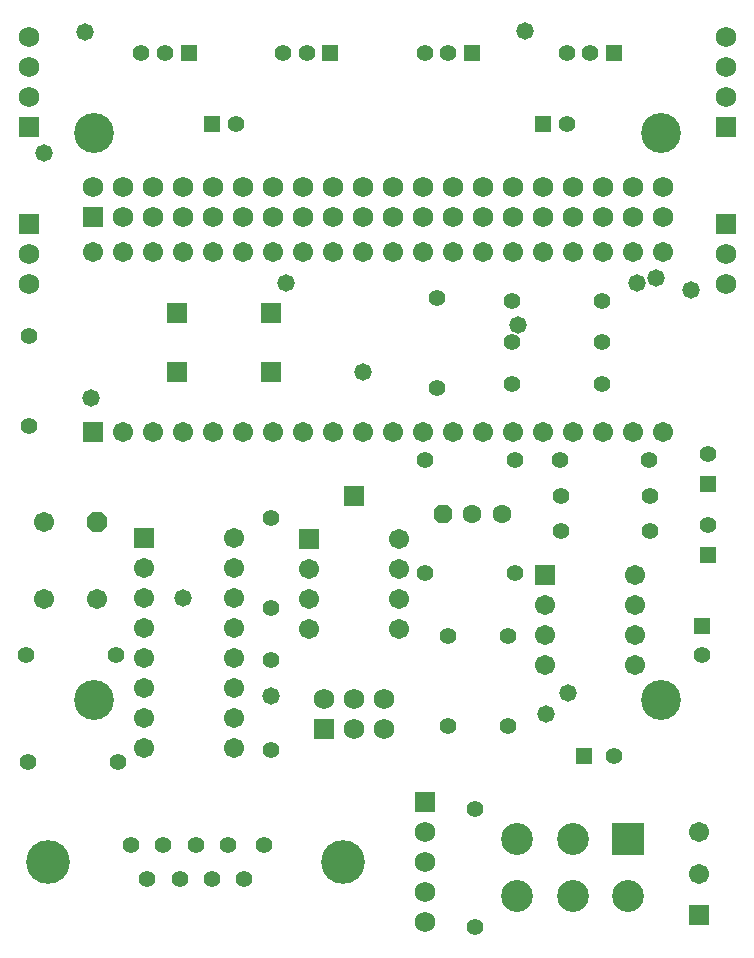
<source format=gbs>
%FSLAX23Y23*%
%MOMM*%
%SFA1B1*%

%IPPOS*%
%AMD165*
4,1,8,-0.850900,-0.353060,-0.353060,-0.850900,0.353060,-0.850900,0.850900,-0.353060,0.850900,0.353060,0.353060,0.850900,-0.353060,0.850900,-0.850900,0.353060,-0.850900,-0.353060,0.0*
%
%AMD168*
4,1,8,-0.332740,0.802640,-0.802640,0.332740,-0.802640,-0.332740,-0.332740,-0.802640,0.332740,-0.802640,0.802640,-0.332740,0.802640,0.332740,0.332740,0.802640,-0.332740,0.802640,0.0*
%
%ADD159R,1.703197X1.703197*%
%ADD160C,1.403197*%
%ADD161C,1.727197*%
%ADD162R,1.727197X1.727197*%
%ADD163R,1.403197X1.403197*%
%ADD164C,1.703197*%
G04~CAMADD=165~4~0.0~0.0~670.5~670.5~0.0~196.4~0~0.0~0.0~0.0~0.0~0~0.0~0.0~0.0~0.0~0~0.0~0.0~0.0~135.0~670.5~670.5*
%ADD165D165*%
%ADD166R,1.703197X1.703197*%
%ADD167C,1.703197*%
G04~CAMADD=168~4~0.0~0.0~631.2~631.2~0.0~184.9~0~0.0~0.0~0.0~0.0~0~0.0~0.0~0.0~0.0~0~0.0~0.0~0.0~45.0~631.2~631.2*
%ADD168D168*%
%ADD169C,1.603197*%
%ADD170C,3.703193*%
%ADD171C,2.703195*%
%ADD172R,2.703195X2.703195*%
%ADD173R,1.403197X1.403197*%
%ADD174R,1.703197X1.703197*%
%ADD175R,1.727197X1.727197*%
%ADD176C,3.378193*%
%ADD177C,1.473197*%
G54D159*
X124189Y112809D03*
X127999Y116499D03*
X120999Y126999D03*
Y131999D03*
X112999D03*
Y126999D03*
G54D160*
X100399Y93999D03*
X107999D03*
X107849Y102999D03*
X100249D03*
X109119Y86919D03*
X111859D03*
X110489Y84079D03*
X113229D03*
X114599Y86919D03*
X117339D03*
X118709Y84079D03*
X115969D03*
X120379Y86919D03*
X120999Y94999D03*
Y102599D03*
Y106999D03*
Y114599D03*
X133999Y109999D03*
X135999Y104599D03*
X140999D03*
X135999Y96999D03*
X140999D03*
X138249Y89999D03*
Y79999D03*
X149999Y94499D03*
X157499Y102999D03*
X157999Y113999D03*
Y119999D03*
X152999Y119499D03*
X153099Y116499D03*
Y113499D03*
X145399Y119499D03*
X145499Y116499D03*
Y113499D03*
X141599Y119499D03*
X141399Y125999D03*
Y129499D03*
Y132999D03*
X134999Y133249D03*
Y125649D03*
X133999Y119499D03*
X141599Y109999D03*
X148999Y125999D03*
Y129499D03*
Y132999D03*
X145999Y147999D03*
Y153999D03*
X147999D03*
X135999D03*
X133999D03*
X123999D03*
X121999D03*
X117999Y147999D03*
X111999Y153999D03*
X109999D03*
X100499Y129999D03*
Y122399D03*
G54D161*
X125459Y99269D03*
X127999D03*
Y96729D03*
X130539D03*
Y99269D03*
X133999Y88039D03*
Y85499D03*
Y82959D03*
Y80419D03*
X159499Y134459D03*
Y136999D03*
X154129Y142669D03*
X151589D03*
Y140129D03*
X154129D03*
X149049Y142669D03*
Y140129D03*
X146509Y142669D03*
Y140129D03*
X143969Y142669D03*
Y140129D03*
X141429Y142669D03*
X138889D03*
Y140129D03*
X141429D03*
X136349Y142669D03*
Y140129D03*
X133809Y142669D03*
Y140129D03*
X131269Y142669D03*
Y140129D03*
X128729Y142669D03*
X126189D03*
Y140129D03*
X128729D03*
X123649Y142669D03*
Y140129D03*
X121109Y142669D03*
Y140129D03*
X118569Y142669D03*
X116029D03*
Y140129D03*
X118569D03*
X113489Y142669D03*
Y140129D03*
X110949Y142669D03*
Y140129D03*
X108409Y142669D03*
Y140129D03*
X105869Y142669D03*
X100499Y136999D03*
Y134459D03*
Y150229D03*
Y152769D03*
Y155309D03*
X159499Y150229D03*
Y152769D03*
Y155309D03*
G54D162*
X133999Y90579D03*
X159499Y139539D03*
Y147689D03*
X100499D03*
Y139539D03*
G54D163*
X147499Y94499D03*
X143999Y147999D03*
X149999Y153999D03*
X137999D03*
X125999D03*
X115999Y147999D03*
X113999Y153999D03*
G54D164*
X106249Y107749D03*
X101749D03*
Y114249D03*
X108409Y121879D03*
X110949D03*
X113489D03*
X116029D03*
X118569D03*
X121109D03*
X123649D03*
X126189D03*
X128729D03*
X131269D03*
X133809D03*
X136349D03*
X138889D03*
X141429D03*
X143969D03*
X146509D03*
X149049D03*
X151589D03*
X154129D03*
Y137119D03*
X151589D03*
X149049D03*
X146509D03*
X143969D03*
X141429D03*
X138889D03*
X136349D03*
X133809D03*
X131269D03*
X128729D03*
X126189D03*
X123649D03*
X121109D03*
X118569D03*
X116029D03*
X113489D03*
X110949D03*
X108409D03*
X105869D03*
X124189Y110269D03*
Y107729D03*
Y105189D03*
X131809D03*
Y107729D03*
Y110269D03*
Y112809D03*
X157249Y87999D03*
Y84499D03*
G54D165*
X106249Y114249D03*
G54D166*
X110189Y112889D03*
X144189Y109809D03*
G54D167*
X110189Y95109D03*
Y97649D03*
Y100189D03*
Y102729D03*
Y105269D03*
Y107809D03*
Y110349D03*
X117809Y105269D03*
Y102729D03*
Y100189D03*
Y97649D03*
Y95109D03*
Y107809D03*
Y110349D03*
Y112889D03*
X144189Y102189D03*
Y104729D03*
Y107269D03*
X151809Y102189D03*
Y104729D03*
Y107269D03*
Y109809D03*
G54D168*
X135499Y114999D03*
G54D169*
X137999Y114999D03*
X140499D03*
G54D170*
X102099Y85499D03*
X127099D03*
G54D171*
X141799Y82584D03*
X146499D03*
X151199D03*
X146499Y87414D03*
X141799D03*
G54D172*
X151199Y87414D03*
G54D173*
X157499Y105499D03*
X157999Y111459D03*
Y117459D03*
G54D174*
X105869Y121879D03*
X157249Y80999D03*
G54D175*
X125459Y96729D03*
X105869Y140129D03*
G54D176*
X105999Y99199D03*
X153999D03*
Y147199D03*
X105999D03*
G54D177*
X113512Y107809D03*
X120999Y99571D03*
X144249Y97993D03*
X146076Y99826D03*
X128729Y126959D03*
X122249Y134499D03*
X105749Y124749D03*
X101749Y145499D03*
X105249Y155749D03*
X141909Y130987D03*
X151917Y134518D03*
X153542Y134950D03*
X156540Y133943D03*
X142499Y155828D03*
M02*
</source>
